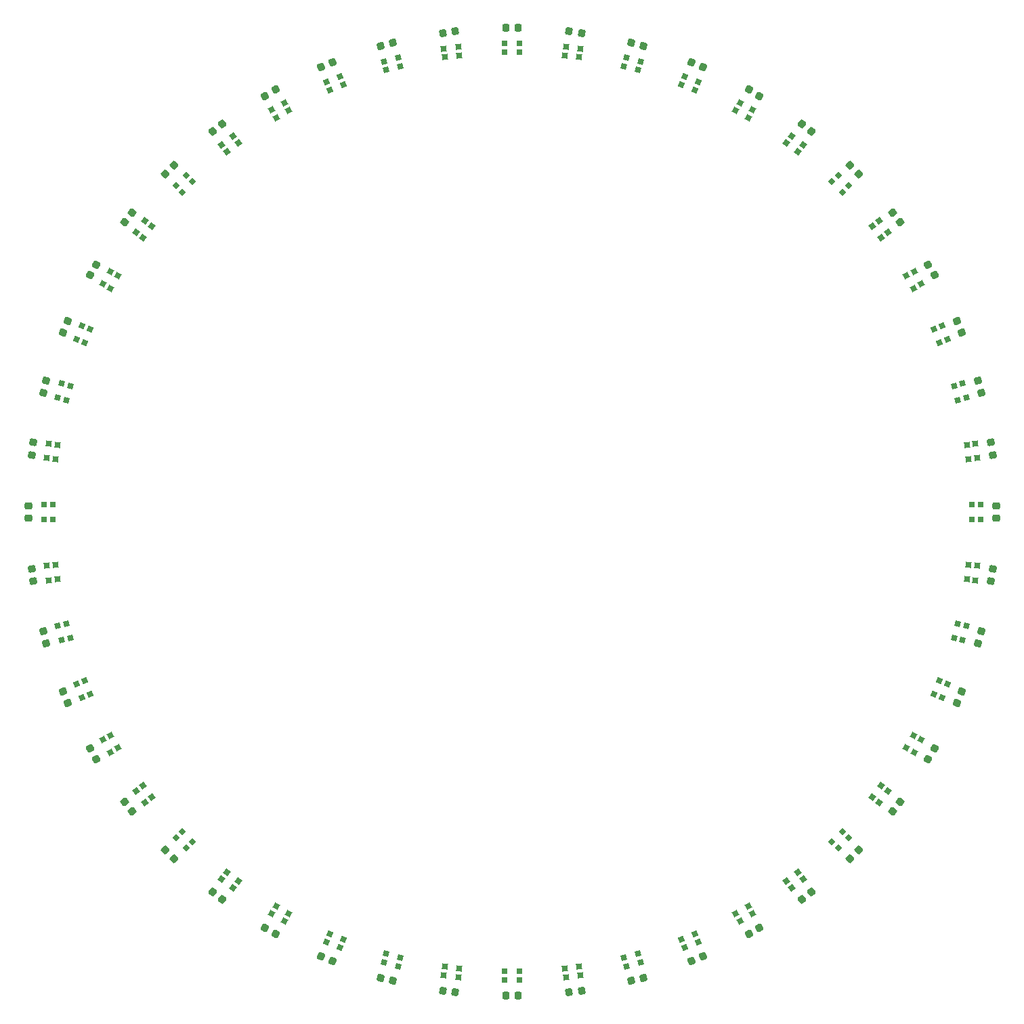
<source format=gtp>
G04 #@! TF.GenerationSoftware,KiCad,Pcbnew,8.0.4*
G04 #@! TF.CreationDate,2024-11-19T03:08:21+11:00*
G04 #@! TF.ProjectId,RCS_WS2812B_Ring,5243535f-5753-4323-9831-32425f52696e,rev?*
G04 #@! TF.SameCoordinates,Original*
G04 #@! TF.FileFunction,Paste,Top*
G04 #@! TF.FilePolarity,Positive*
%FSLAX46Y46*%
G04 Gerber Fmt 4.6, Leading zero omitted, Abs format (unit mm)*
G04 Created by KiCad (PCBNEW 8.0.4) date 2024-11-19 03:08:21*
%MOMM*%
%LPD*%
G01*
G04 APERTURE LIST*
G04 Aperture macros list*
%AMRoundRect*
0 Rectangle with rounded corners*
0 $1 Rounding radius*
0 $2 $3 $4 $5 $6 $7 $8 $9 X,Y pos of 4 corners*
0 Add a 4 corners polygon primitive as box body*
4,1,4,$2,$3,$4,$5,$6,$7,$8,$9,$2,$3,0*
0 Add four circle primitives for the rounded corners*
1,1,$1+$1,$2,$3*
1,1,$1+$1,$4,$5*
1,1,$1+$1,$6,$7*
1,1,$1+$1,$8,$9*
0 Add four rect primitives between the rounded corners*
20,1,$1+$1,$2,$3,$4,$5,0*
20,1,$1+$1,$4,$5,$6,$7,0*
20,1,$1+$1,$6,$7,$8,$9,0*
20,1,$1+$1,$8,$9,$2,$3,0*%
%AMRotRect*
0 Rectangle, with rotation*
0 The origin of the aperture is its center*
0 $1 length*
0 $2 width*
0 $3 Rotation angle, in degrees counterclockwise*
0 Add horizontal line*
21,1,$1,$2,0,0,$3*%
G04 Aperture macros list end*
%ADD10RotRect,0.700000X0.700000X352.500000*%
%ADD11RotRect,0.700000X0.700000X345.000000*%
%ADD12RotRect,0.700000X0.700000X337.500000*%
%ADD13RotRect,0.700000X0.700000X330.000000*%
%ADD14RotRect,0.700000X0.700000X322.500000*%
%ADD15RotRect,0.700000X0.700000X315.000000*%
%ADD16RotRect,0.700000X0.700000X307.500000*%
%ADD17RotRect,0.700000X0.700000X300.000000*%
%ADD18RotRect,0.700000X0.700000X292.500000*%
%ADD19RotRect,0.700000X0.700000X285.000000*%
%ADD20RotRect,0.700000X0.700000X277.500000*%
%ADD21R,0.700000X0.700000*%
%ADD22RotRect,0.700000X0.700000X262.500000*%
%ADD23RotRect,0.700000X0.700000X255.000000*%
%ADD24RotRect,0.700000X0.700000X247.500000*%
%ADD25RotRect,0.700000X0.700000X240.000000*%
%ADD26RotRect,0.700000X0.700000X232.500000*%
%ADD27RotRect,0.700000X0.700000X225.000000*%
%ADD28RotRect,0.700000X0.700000X217.500000*%
%ADD29RotRect,0.700000X0.700000X210.000000*%
%ADD30RotRect,0.700000X0.700000X202.500000*%
%ADD31RotRect,0.700000X0.700000X195.000000*%
%ADD32RotRect,0.700000X0.700000X187.500000*%
%ADD33RotRect,0.700000X0.700000X172.500000*%
%ADD34RotRect,0.700000X0.700000X165.000000*%
%ADD35RotRect,0.700000X0.700000X157.500000*%
%ADD36RotRect,0.700000X0.700000X150.000000*%
%ADD37RotRect,0.700000X0.700000X142.500000*%
%ADD38RotRect,0.700000X0.700000X135.000000*%
%ADD39RotRect,0.700000X0.700000X127.500000*%
%ADD40RotRect,0.700000X0.700000X120.000000*%
%ADD41RotRect,0.700000X0.700000X112.500000*%
%ADD42RotRect,0.700000X0.700000X105.000000*%
%ADD43RotRect,0.700000X0.700000X97.500000*%
%ADD44RotRect,0.700000X0.700000X82.500000*%
%ADD45RotRect,0.700000X0.700000X75.000000*%
%ADD46RotRect,0.700000X0.700000X67.500000*%
%ADD47RotRect,0.700000X0.700000X60.000000*%
%ADD48RotRect,0.700000X0.700000X52.500000*%
%ADD49RotRect,0.700000X0.700000X45.000000*%
%ADD50RotRect,0.700000X0.700000X37.500000*%
%ADD51RotRect,0.700000X0.700000X30.000000*%
%ADD52RotRect,0.700000X0.700000X22.500000*%
%ADD53RotRect,0.700000X0.700000X15.000000*%
%ADD54RotRect,0.700000X0.700000X7.500000*%
%ADD55RoundRect,0.225000X0.255707X0.218493X-0.190444X0.277230X-0.255707X-0.218493X0.190444X-0.277230X0*%
%ADD56RoundRect,0.225000X0.282038X0.183247X-0.152629X0.299716X-0.282038X-0.183247X0.152629X-0.299716X0*%
%ADD57RoundRect,0.225000X0.303544X0.144866X-0.112202X0.317074X-0.303544X-0.144866X0.112202X-0.317074X0*%
%ADD58RoundRect,0.225000X0.319856X0.104006X-0.069856X0.329006X-0.319856X-0.104006X0.069856X-0.329006X0*%
%ADD59RoundRect,0.225000X0.330695X0.061367X-0.026314X0.335310X-0.330695X-0.061367X0.026314X-0.335310X0*%
%ADD60RoundRect,0.225000X0.335876X0.017678X0.017678X0.335876X-0.335876X-0.017678X-0.017678X-0.335876X0*%
%ADD61RoundRect,0.225000X0.335310X-0.026314X0.061367X0.330695X-0.335310X0.026314X-0.061367X-0.330695X0*%
%ADD62RoundRect,0.225000X0.329006X-0.069856X0.104006X0.319856X-0.329006X0.069856X-0.104006X-0.319856X0*%
%ADD63RoundRect,0.225000X0.317074X-0.112202X0.144866X0.303544X-0.317074X0.112202X-0.144866X-0.303544X0*%
%ADD64RoundRect,0.225000X0.299716X-0.152629X0.183247X0.282038X-0.299716X0.152629X-0.183247X-0.282038X0*%
%ADD65RoundRect,0.225000X0.277230X-0.190444X0.218493X0.255707X-0.277230X0.190444X-0.218493X-0.255707X0*%
%ADD66RoundRect,0.225000X0.250000X-0.225000X0.250000X0.225000X-0.250000X0.225000X-0.250000X-0.225000X0*%
%ADD67RoundRect,0.225000X0.218493X-0.255707X0.277230X0.190444X-0.218493X0.255707X-0.277230X-0.190444X0*%
%ADD68RoundRect,0.225000X0.183247X-0.282038X0.299716X0.152629X-0.183247X0.282038X-0.299716X-0.152629X0*%
%ADD69RoundRect,0.225000X0.144866X-0.303544X0.317074X0.112202X-0.144866X0.303544X-0.317074X-0.112202X0*%
%ADD70RoundRect,0.225000X0.104006X-0.319856X0.329006X0.069856X-0.104006X0.319856X-0.329006X-0.069856X0*%
%ADD71RoundRect,0.225000X0.061367X-0.330695X0.335310X0.026314X-0.061367X0.330695X-0.335310X-0.026314X0*%
%ADD72RoundRect,0.225000X0.017678X-0.335876X0.335876X-0.017678X-0.017678X0.335876X-0.335876X0.017678X0*%
%ADD73RoundRect,0.225000X-0.026314X-0.335310X0.330695X-0.061367X0.026314X0.335310X-0.330695X0.061367X0*%
%ADD74RoundRect,0.225000X-0.069856X-0.329006X0.319856X-0.104006X0.069856X0.329006X-0.319856X0.104006X0*%
%ADD75RoundRect,0.225000X-0.112202X-0.317074X0.303544X-0.144866X0.112202X0.317074X-0.303544X0.144866X0*%
%ADD76RoundRect,0.225000X-0.152629X-0.299716X0.282038X-0.183247X0.152629X0.299716X-0.282038X0.183247X0*%
%ADD77RoundRect,0.225000X-0.190444X-0.277230X0.255707X-0.218493X0.190444X0.277230X-0.255707X0.218493X0*%
%ADD78RoundRect,0.225000X-0.225000X-0.250000X0.225000X-0.250000X0.225000X0.250000X-0.225000X0.250000X0*%
%ADD79RoundRect,0.225000X-0.255707X-0.218493X0.190444X-0.277230X0.255707X0.218493X-0.190444X0.277230X0*%
%ADD80RoundRect,0.225000X-0.282038X-0.183247X0.152629X-0.299716X0.282038X0.183247X-0.152629X0.299716X0*%
%ADD81RoundRect,0.225000X-0.303544X-0.144866X0.112202X-0.317074X0.303544X0.144866X-0.112202X0.317074X0*%
%ADD82RoundRect,0.225000X-0.319856X-0.104006X0.069856X-0.329006X0.319856X0.104006X-0.069856X0.329006X0*%
%ADD83RoundRect,0.225000X-0.330695X-0.061367X0.026314X-0.335310X0.330695X0.061367X-0.026314X0.335310X0*%
%ADD84RoundRect,0.225000X-0.335876X-0.017678X-0.017678X-0.335876X0.335876X0.017678X0.017678X0.335876X0*%
%ADD85RoundRect,0.225000X-0.335310X0.026314X-0.061367X-0.330695X0.335310X-0.026314X0.061367X0.330695X0*%
%ADD86RoundRect,0.225000X-0.329006X0.069856X-0.104006X-0.319856X0.329006X-0.069856X0.104006X0.319856X0*%
%ADD87RoundRect,0.225000X-0.317074X0.112202X-0.144866X-0.303544X0.317074X-0.112202X0.144866X0.303544X0*%
%ADD88RoundRect,0.225000X-0.299716X0.152629X-0.183247X-0.282038X0.299716X-0.152629X0.183247X0.282038X0*%
%ADD89RoundRect,0.225000X-0.277230X0.190444X-0.218493X-0.255707X0.277230X-0.190444X0.218493X0.255707X0*%
%ADD90RoundRect,0.225000X-0.250000X0.225000X-0.250000X-0.225000X0.250000X-0.225000X0.250000X0.225000X0*%
%ADD91RoundRect,0.225000X-0.218493X0.255707X-0.277230X-0.190444X0.218493X-0.255707X0.277230X0.190444X0*%
%ADD92RoundRect,0.225000X-0.183247X0.282038X-0.299716X-0.152629X0.183247X-0.282038X0.299716X0.152629X0*%
%ADD93RoundRect,0.225000X-0.144866X0.303544X-0.317074X-0.112202X0.144866X-0.303544X0.317074X0.112202X0*%
%ADD94RoundRect,0.225000X-0.104006X0.319856X-0.329006X-0.069856X0.104006X-0.319856X0.329006X0.069856X0*%
%ADD95RoundRect,0.225000X-0.061367X0.330695X-0.335310X-0.026314X0.061367X-0.330695X0.335310X0.026314X0*%
%ADD96RoundRect,0.225000X-0.017678X0.335876X-0.335876X0.017678X0.017678X-0.335876X0.335876X-0.017678X0*%
%ADD97RoundRect,0.225000X0.026314X0.335310X-0.330695X0.061367X-0.026314X-0.335310X0.330695X-0.061367X0*%
%ADD98RoundRect,0.225000X0.069856X0.329006X-0.319856X0.104006X-0.069856X-0.329006X0.319856X-0.104006X0*%
%ADD99RoundRect,0.225000X0.112202X0.317074X-0.303544X0.144866X-0.112202X-0.317074X0.303544X-0.144866X0*%
%ADD100RoundRect,0.225000X0.152629X0.299716X-0.282038X0.183247X-0.152629X-0.299716X0.282038X-0.183247X0*%
%ADD101RoundRect,0.225000X0.190444X0.277230X-0.255707X0.218493X-0.190444X-0.277230X0.255707X-0.218493X0*%
%ADD102RoundRect,0.225000X0.225000X0.250000X-0.225000X0.250000X-0.225000X-0.250000X0.225000X-0.250000X0*%
G04 APERTURE END LIST*
D10*
X6735136Y58168527D03*
X6591558Y57077938D03*
X8405902Y56839075D03*
X8549480Y57929664D03*
D11*
X14270032Y56791776D03*
X13985331Y55729257D03*
X15752976Y55255618D03*
X16037677Y56318137D03*
D12*
X21560765Y54443301D03*
X21139813Y53427034D03*
X22830513Y52726723D03*
X23251465Y53742990D03*
D13*
X28482587Y51163287D03*
X27932587Y50210659D03*
X29517413Y49295659D03*
X30067413Y50248287D03*
D14*
X34917062Y47007854D03*
X34247425Y46135165D03*
X35699262Y45021132D03*
X36368899Y45893821D03*
D15*
X40754099Y42048104D03*
X39976282Y41270287D03*
X41270287Y39976282D03*
X42048104Y40754099D03*
D16*
X45893821Y36368899D03*
X45021132Y35699262D03*
X46135165Y34247425D03*
X47007854Y34917062D03*
D17*
X50248287Y30067413D03*
X49295659Y29517413D03*
X50210659Y27932587D03*
X51163287Y28482587D03*
D18*
X53742990Y23251465D03*
X52726723Y22830513D03*
X53427034Y21139813D03*
X54443301Y21560765D03*
D19*
X56318137Y16037677D03*
X55255618Y15752976D03*
X55729257Y13985331D03*
X56791776Y14270032D03*
D20*
X57929664Y8549480D03*
X56839075Y8405902D03*
X57077938Y6591558D03*
X58168527Y6735136D03*
D21*
X58550000Y915000D03*
X57450000Y915000D03*
X57450000Y-915000D03*
X58550000Y-915000D03*
D22*
X58168527Y-6735136D03*
X57077938Y-6591558D03*
X56839075Y-8405902D03*
X57929664Y-8549480D03*
D23*
X56791776Y-14270032D03*
X55729257Y-13985331D03*
X55255618Y-15752976D03*
X56318137Y-16037677D03*
D24*
X54443301Y-21560765D03*
X53427034Y-21139813D03*
X52726723Y-22830513D03*
X53742990Y-23251465D03*
D25*
X51163287Y-28482587D03*
X50210659Y-27932587D03*
X49295659Y-29517413D03*
X50248287Y-30067413D03*
D26*
X47007854Y-34917062D03*
X46135165Y-34247425D03*
X45021132Y-35699262D03*
X45893821Y-36368899D03*
D27*
X42048104Y-40754099D03*
X41270287Y-39976282D03*
X39976282Y-41270287D03*
X40754099Y-42048104D03*
D28*
X36368899Y-45893821D03*
X35699262Y-45021132D03*
X34247425Y-46135165D03*
X34917062Y-47007854D03*
D29*
X30067413Y-50248287D03*
X29517413Y-49295659D03*
X27932587Y-50210659D03*
X28482587Y-51163287D03*
D30*
X23251465Y-53742990D03*
X22830513Y-52726723D03*
X21139813Y-53427034D03*
X21560765Y-54443301D03*
D31*
X16037677Y-56318137D03*
X15752976Y-55255618D03*
X13985331Y-55729257D03*
X14270032Y-56791776D03*
D32*
X8549480Y-57929664D03*
X8405902Y-56839075D03*
X6591558Y-57077938D03*
X6735136Y-58168527D03*
D21*
X915000Y-58550000D03*
X915000Y-57450000D03*
X-915000Y-57450000D03*
X-915000Y-58550000D03*
D33*
X-6735136Y-58168527D03*
X-6591558Y-57077938D03*
X-8405902Y-56839075D03*
X-8549480Y-57929664D03*
D34*
X-14270032Y-56791776D03*
X-13985331Y-55729257D03*
X-15752976Y-55255618D03*
X-16037677Y-56318137D03*
D35*
X-21560765Y-54443301D03*
X-21139813Y-53427034D03*
X-22830513Y-52726723D03*
X-23251465Y-53742990D03*
D36*
X-28482586Y-51163287D03*
X-27932586Y-50210659D03*
X-29517412Y-49295659D03*
X-30067412Y-50248287D03*
D37*
X-34917062Y-47007854D03*
X-34247425Y-46135165D03*
X-35699262Y-45021132D03*
X-36368899Y-45893821D03*
D38*
X-40754099Y-42048104D03*
X-39976282Y-41270287D03*
X-41270287Y-39976282D03*
X-42048104Y-40754099D03*
D39*
X-45893821Y-36368899D03*
X-45021132Y-35699262D03*
X-46135165Y-34247425D03*
X-47007854Y-34917062D03*
D40*
X-50248287Y-30067412D03*
X-49295659Y-29517412D03*
X-50210659Y-27932586D03*
X-51163287Y-28482586D03*
D41*
X-53742990Y-23251465D03*
X-52726723Y-22830513D03*
X-53427034Y-21139813D03*
X-54443301Y-21560765D03*
D42*
X-56318137Y-16037677D03*
X-55255618Y-15752976D03*
X-55729257Y-13985331D03*
X-56791776Y-14270032D03*
D43*
X-57929664Y-8549480D03*
X-56839075Y-8405902D03*
X-57077938Y-6591558D03*
X-58168527Y-6735136D03*
D21*
X-58550000Y-915000D03*
X-57450000Y-915000D03*
X-57450000Y915000D03*
X-58550000Y915000D03*
D44*
X-58168527Y6735136D03*
X-57077938Y6591558D03*
X-56839075Y8405902D03*
X-57929664Y8549480D03*
D45*
X-56791776Y14270032D03*
X-55729257Y13985331D03*
X-55255618Y15752976D03*
X-56318137Y16037677D03*
D46*
X-54443301Y21560765D03*
X-53427034Y21139813D03*
X-52726723Y22830513D03*
X-53742990Y23251465D03*
D47*
X-51163287Y28482587D03*
X-50210659Y27932587D03*
X-49295659Y29517413D03*
X-50248287Y30067413D03*
D48*
X-47007854Y34917062D03*
X-46135165Y34247425D03*
X-45021132Y35699262D03*
X-45893821Y36368899D03*
D49*
X-42048104Y40754099D03*
X-41270287Y39976282D03*
X-39976282Y41270287D03*
X-40754099Y42048104D03*
D50*
X-36368899Y45893821D03*
X-35699262Y45021132D03*
X-34247425Y46135165D03*
X-34917062Y47007854D03*
D51*
X-30067412Y50248287D03*
X-29517412Y49295659D03*
X-27932586Y50210659D03*
X-28482586Y51163287D03*
D52*
X-23251465Y53742990D03*
X-22830513Y52726723D03*
X-21139813Y53427034D03*
X-21560765Y54443301D03*
D53*
X-16037677Y56318137D03*
X-15752976Y55255618D03*
X-13985331Y55729257D03*
X-14270032Y56791776D03*
D54*
X-8549480Y57929664D03*
X-8405902Y56839075D03*
X-6591558Y57077938D03*
X-6735136Y58168527D03*
D21*
X-915000Y58550000D03*
X-915000Y57450000D03*
X915000Y57450000D03*
X915000Y58550000D03*
D55*
X8665204Y59881256D03*
X7128464Y60083572D03*
D56*
X16407145Y58237927D03*
X14909959Y58639097D03*
D57*
X23868354Y55598131D03*
X22436340Y56191291D03*
D58*
X30921170Y52007036D03*
X29578830Y52782036D03*
D59*
X37444915Y47526087D03*
X36215217Y48469667D03*
D60*
X43327968Y42231952D03*
X42231952Y43327968D03*
D61*
X48469667Y36215217D03*
X47526087Y37444915D03*
D62*
X52782036Y29578830D03*
X52007036Y30921170D03*
D63*
X56191291Y22436340D03*
X55598131Y23868354D03*
D64*
X58639097Y14909959D03*
X58237927Y16407145D03*
D65*
X60083572Y7128464D03*
X59881256Y8665204D03*
D66*
X60500000Y-775000D03*
X60500000Y775000D03*
D67*
X59881256Y-8665204D03*
X60083572Y-7128464D03*
D68*
X58237927Y-16407145D03*
X58639097Y-14909959D03*
D69*
X55598131Y-23868354D03*
X56191291Y-22436340D03*
D70*
X52007036Y-30921170D03*
X52782036Y-29578830D03*
D71*
X47526087Y-37444915D03*
X48469667Y-36215217D03*
D72*
X42231952Y-43327968D03*
X43327968Y-42231952D03*
D73*
X36215217Y-48469667D03*
X37444915Y-47526087D03*
D74*
X29578830Y-52782036D03*
X30921170Y-52007036D03*
D75*
X22436340Y-56191291D03*
X23868354Y-55598131D03*
D76*
X14909959Y-58639097D03*
X16407145Y-58237927D03*
D77*
X7128464Y-60083572D03*
X8665204Y-59881256D03*
D78*
X-775000Y-60500000D03*
X775000Y-60500000D03*
D79*
X-8665204Y-59881256D03*
X-7128464Y-60083572D03*
D80*
X-16407145Y-58237927D03*
X-14909959Y-58639097D03*
D81*
X-23868354Y-55598131D03*
X-22436340Y-56191291D03*
D82*
X-30921169Y-52007036D03*
X-29578829Y-52782036D03*
D83*
X-37444915Y-47526087D03*
X-36215217Y-48469667D03*
D84*
X-43327968Y-42231952D03*
X-42231952Y-43327968D03*
D85*
X-48469667Y-36215217D03*
X-47526087Y-37444915D03*
D86*
X-52782036Y-29578829D03*
X-52007036Y-30921169D03*
D87*
X-56191291Y-22436340D03*
X-55598131Y-23868354D03*
D88*
X-58639097Y-14909959D03*
X-58237927Y-16407145D03*
D89*
X-60083572Y-7128464D03*
X-59881256Y-8665204D03*
D90*
X-60500000Y775000D03*
X-60500000Y-775000D03*
D91*
X-59881256Y8665204D03*
X-60083572Y7128464D03*
D92*
X-58237927Y16407145D03*
X-58639097Y14909959D03*
D93*
X-55598131Y23868354D03*
X-56191291Y22436340D03*
D94*
X-52007036Y30921170D03*
X-52782036Y29578830D03*
D95*
X-47526087Y37444915D03*
X-48469667Y36215217D03*
D96*
X-42231952Y43327968D03*
X-43327968Y42231952D03*
D97*
X-36215217Y48469667D03*
X-37444915Y47526087D03*
D98*
X-29578829Y52782036D03*
X-30921169Y52007036D03*
D99*
X-22436340Y56191291D03*
X-23868354Y55598131D03*
D100*
X-14909959Y58639097D03*
X-16407145Y58237927D03*
D101*
X-7128464Y60083572D03*
X-8665204Y59881256D03*
D102*
X775000Y60499999D03*
X-775000Y60500001D03*
M02*

</source>
